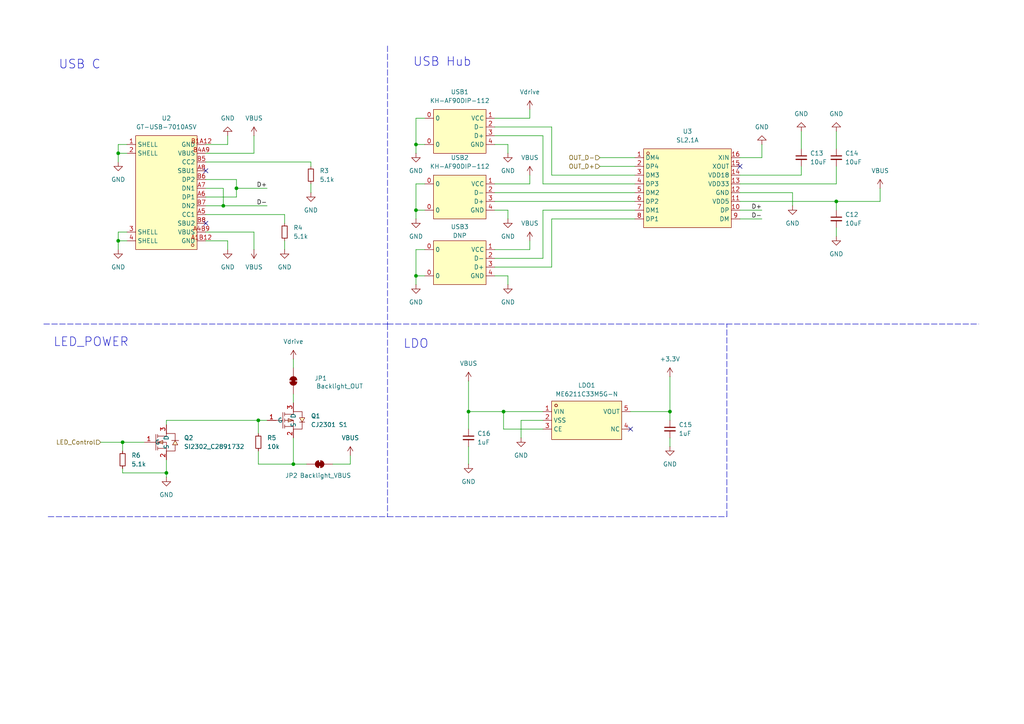
<source format=kicad_sch>
(kicad_sch (version 20250114) (generator "eeschema") (generator_version "9.0")
  (paper "A4")
  (lib_symbols
    (symbol "Device:C_Small" (pin_numbers (hide yes)) (pin_names (offset 0.254) (hide yes))
      (property "Reference" "C" (at 0.254 1.778 0))
      (property "Value" "C_Small" (at 0.254 -2.032 0))
      (symbol "C_Small_0_1"
        (polyline (pts (xy -1.524 0.508) (xy 1.524 0.508)) (stroke (width 0.3048)))
        (polyline (pts (xy -1.524 -0.508) (xy 1.524 -0.508)) (stroke (width 0.3302)))
      )
      (symbol "C_Small_1_1"
        (pin passive line (at 0 2.54 270) (length 2.032) (name "~") (number "1"))
        (pin passive line (at 0 -2.54 90) (length 2.032) (name "~") (number "2"))
      )
    )
    (symbol "Device:R_Small" (pin_numbers (hide yes)) (pin_names (offset 0.254) (hide yes))
      (property "Reference" "R" (at 0.762 0.508 0))
      (property "Value" "R_Small" (at 0.762 -1.016 0))
      (symbol "R_Small_0_1"
        (rectangle (start -0.762 1.778) (end 0.762 -1.778) (stroke (width 0.2032)))
      )
      (symbol "R_Small_1_1"
        (pin passive line (at 0 2.54 270) (length 0.762) (name "~") (number "1"))
        (pin passive line (at 0 -2.54 90) (length 0.762) (name "~") (number "2"))
      )
    )
    (symbol "Jumper:SolderJumper_2_Bridged" (pin_numbers (hide yes)) (pin_names (offset 0) (hide yes)) (exclude_from_sim yes) (in_bom no)
      (property "Reference" "JP" (at 0 2.032 0))
      (property "Value" "SolderJumper_2_Bridged" (at 0 -2.54 0))
      (symbol "SolderJumper_2_Bridged_0_1"
        (rectangle (start -0.508 0.508) (end 0.508 -0.508) (fill (type outline)))
        (polyline (pts (xy -0.254 1.016) (xy -0.254 -1.016)))
        (arc (start -0.254 -1.016) (mid -1.2656 0) (end -0.254 1.016))
        (arc (start -0.254 -1.016) (mid -1.2656 0) (end -0.254 1.016) (fill (type outline)))
        (arc (start 0.254 1.016) (mid 1.2656 0) (end 0.254 -1.016))
        (arc (start 0.254 1.016) (mid 1.2656 0) (end 0.254 -1.016) (fill (type outline)))
        (polyline (pts (xy 0.254 1.016) (xy 0.254 -1.016)))
      )
      (symbol "SolderJumper_2_Bridged_1_1"
        (pin passive line (at -3.81 0 0) (length 2.54) (name "A") (number "1"))
        (pin passive line (at 3.81 0 180) (length 2.54) (name "B") (number "2"))
      )
    )
    (symbol "KH-AF90DIP-112_1"
      (property "Reference" "USB" (at 0 10.16 0))
      (property "Value" "KH-AF90DIP-112" (at 0 -7.62 0))
      (symbol "KH-AF90DIP-112_1_0_1"
        (rectangle (start -7.62 7.62) (end 7.62 -5.08) (fill (type background)))
        (pin unspecified line (at -10.16 5.08 0) (length 2.54) (name "0") (number "0"))
        (pin unspecified line (at -10.16 -2.54 0) (length 2.54) (name "0") (number "0"))
        (pin input line (at 10.16 5.08 180) (length 2.54) (name "VCC") (number "1"))
        (pin input line (at 10.16 2.54 180) (length 2.54) (name "D-") (number "2"))
        (pin input line (at 10.16 0 180) (length 2.54) (name "D+") (number "3"))
        (pin input line (at 10.16 -2.54 180) (length 2.54) (name "GND") (number "4"))
      )
    )
    (symbol "KH-AF90DIP-112_2"
      (property "Reference" "USB" (at 0 10.16 0))
      (property "Value" "KH-AF90DIP-112" (at 0 -7.62 0))
      (symbol "KH-AF90DIP-112_2_0_1"
        (rectangle (start -7.62 7.62) (end 7.62 -5.08) (fill (type background)))
        (pin unspecified line (at -10.16 5.08 0) (length 2.54) (name "0") (number "0"))
        (pin unspecified line (at -10.16 -2.54 0) (length 2.54) (name "0") (number "0"))
        (pin input line (at 10.16 5.08 180) (length 2.54) (name "VCC") (number "1"))
        (pin input line (at 10.16 2.54 180) (length 2.54) (name "D-") (number "2"))
        (pin input line (at 10.16 0 180) (length 2.54) (name "D+") (number "3"))
        (pin input line (at 10.16 -2.54 180) (length 2.54) (name "GND") (number "4"))
      )
    )
    (symbol "easyeda2kicad:CJ2301S1"
      (property "Reference" "Q" (at 0 10.16 0))
      (property "Value" "CJ2301 S1" (at 0 -10.16 0))
      (symbol "CJ2301S1_0_1"
        (polyline (pts (xy -2.54 0) (xy -0.51 0)))
        (polyline (pts (xy -0.51 2.29) (xy -0.51 -2.29)))
        (polyline (pts (xy 0 1.27) (xy 0 2.29)))
        (polyline (pts (xy 0 0) (xy 2.54 0) (xy 2.54 -2.54)))
        (polyline (pts (xy 0 -0.51) (xy 0 0.51)))
        (polyline (pts (xy 0 -2.29) (xy 0 -1.27)))
        (polyline (pts (xy 2.54 1.78) (xy 0 1.78)))
        (polyline (pts (xy 2.54 1.78) (xy 2.54 2.54) (xy 5.08 2.54) (xy 5.08 0.76)))
        (polyline (pts (xy 2.54 0) (xy 1.02 0.51) (xy 1.02 -0.51) (xy 2.54 0)) (fill (type background)))
        (polyline (pts (xy 2.54 -1.78) (xy 0 -1.78)))
        (polyline (pts (xy 2.54 -2.54) (xy 5.08 -2.54) (xy 5.08 -0.51)))
        (polyline (pts (xy 5.08 -0.51) (xy 5.84 0.76) (xy 4.32 0.76) (xy 5.08 -0.51)) (fill (type background)))
        (polyline (pts (xy 5.84 -0.51) (xy 5.59 -0.51) (xy 4.57 -0.51) (xy 4.32 -0.51)))
        (pin unspecified line (at -5.08 0 0) (length 2.54) (name "G") (number "1"))
        (pin unspecified line (at 2.54 5.08 270) (length 2.54) (name "D") (number "3"))
        (pin unspecified line (at 2.54 -5.08 90) (length 2.54) (name "S") (number "2"))
      )
    )
    (symbol "easyeda2kicad:GT-USB-7010ASV"
      (property "Reference" "U" (at 0 20.32 0))
      (property "Value" "GT-USB-7010ASV" (at 0 -17.78 0))
      (symbol "GT-USB-7010ASV_0_1"
        (rectangle (start -10.16 17.78) (end 7.62 -15.24) (fill (type background)))
        (circle (center -8.89 16.51) (radius 0.38))
        (pin unspecified line (at -12.7 15.24 0) (length 2.54) (name "GND") (number "A1B12"))
        (pin unspecified line (at -12.7 12.7 0) (length 2.54) (name "VBUS") (number "A4B9"))
        (pin unspecified line (at -12.7 10.16 0) (length 2.54) (name "SBU2") (number "B8"))
        (pin unspecified line (at -12.7 7.62 0) (length 2.54) (name "CC1") (number "A5"))
        (pin unspecified line (at -12.7 5.08 0) (length 2.54) (name "DN2") (number "B7"))
        (pin unspecified line (at -12.7 2.54 0) (length 2.54) (name "DP1") (number "A6"))
        (pin unspecified line (at -12.7 0 0) (length 2.54) (name "DN1") (number "A7"))
        (pin unspecified line (at -12.7 -2.54 0) (length 2.54) (name "DP2") (number "B6"))
        (pin unspecified line (at -12.7 -5.08 0) (length 2.54) (name "SBU1") (number "A8"))
        (pin unspecified line (at -12.7 -7.62 0) (length 2.54) (name "CC2") (number "B5"))
        (pin unspecified line (at -12.7 -10.16 0) (length 2.54) (name "VBUS") (number "B4A9"))
        (pin unspecified line (at -12.7 -12.7 0) (length 2.54) (name "GND") (number "B1A12"))
        (pin unspecified line (at 10.16 15.24 180) (length 2.54) (name "SHELL") (number "4"))
        (pin unspecified line (at 10.16 12.7 180) (length 2.54) (name "SHELL") (number "3"))
        (pin unspecified line (at 10.16 -10.16 180) (length 2.54) (name "SHELL") (number "2"))
        (pin unspecified line (at 10.16 -12.7 180) (length 2.54) (name "SHELL") (number "1"))
      )
    )
    (symbol "easyeda2kicad:KH-AF90DIP-112"
      (property "Reference" "USB" (at 0 10.16 0))
      (property "Value" "KH-AF90DIP-112" (at 0 -7.62 0))
      (symbol "KH-AF90DIP-112_0_1"
        (rectangle (start -7.62 7.62) (end 7.62 -5.08) (fill (type background)))
        (pin unspecified line (at -10.16 5.08 0) (length 2.54) (name "0") (number "0"))
        (pin unspecified line (at -10.16 -2.54 0) (length 2.54) (name "0") (number "0"))
        (pin input line (at 10.16 5.08 180) (length 2.54) (name "VCC") (number "1"))
        (pin input line (at 10.16 2.54 180) (length 2.54) (name "D-") (number "2"))
        (pin input line (at 10.16 0 180) (length 2.54) (name "D+") (number "3"))
        (pin input line (at 10.16 -2.54 180) (length 2.54) (name "GND") (number "4"))
      )
    )
    (symbol "easyeda2kicad:ME6211C33M5G-N"
      (property "Reference" "LDO" (at 0 7.62 0))
      (property "Value" "ME6211C33M5G-N" (at 0 -7.62 0))
      (symbol "ME6211C33M5G-N_0_1"
        (rectangle (start -10.16 5.59) (end 10.16 -5.59) (fill (type background)))
        (circle (center -8.89 4.32) (radius 0.38))
        (circle (center -8.89 4.32) (radius 0.38))
        (pin unspecified line (at -12.7 2.54 0) (length 2.54) (name "VIN") (number "1"))
        (pin unspecified line (at -12.7 0 0) (length 2.54) (name "VSS") (number "2"))
        (pin unspecified line (at -12.7 -2.54 0) (length 2.54) (name "CE") (number "3"))
        (pin unspecified line (at 12.7 2.54 180) (length 2.54) (name "VOUT") (number "5"))
        (pin unspecified line (at 12.7 -2.54 180) (length 2.54) (name "NC") (number "4"))
      )
    )
    (symbol "easyeda2kicad:SI2302_C2891732"
      (property "Reference" "Q" (at 0 10.16 0))
      (property "Value" "SI2302_C2891732" (at 0 -10.16 0))
      (symbol "SI2302_C2891732_0_1"
        (polyline (pts (xy -5.08 0) (xy -3.05 0)))
        (polyline (pts (xy -3.05 2.29) (xy -3.05 -2.29)))
        (polyline (pts (xy -2.54 2.29) (xy -2.54 1.27)))
        (polyline (pts (xy -2.54 1.78) (xy 0 1.78) (xy 0 2.54) (xy 2.54 2.54) (xy 2.54 0.51)))
        (polyline (pts (xy -2.54 0) (xy -1.02 -0.51) (xy -1.02 0.51) (xy -2.54 0)) (fill (type background)))
        (polyline (pts (xy -2.54 0) (xy 0 0) (xy 0 -2.54) (xy 2.54 -2.54) (xy 2.54 -0.76)))
        (polyline (pts (xy -2.54 -0.51) (xy -2.54 0.51)))
        (polyline (pts (xy -2.54 -2.29) (xy -2.54 -1.27)))
        (polyline (pts (xy 0 -1.78) (xy -2.54 -1.78)))
        (polyline (pts (xy 2.54 0.51) (xy 1.78 -0.76) (xy 3.3 -0.76) (xy 2.54 0.51)) (fill (type background)))
        (polyline (pts (xy 3.56 0.51) (xy 3.05 0.51) (xy 2.03 0.51) (xy 1.52 0.51)))
        (pin unspecified line (at -6.35 0 0) (length 2.54) (name "G") (number "1"))
        (pin unspecified line (at 0 5.08 270) (length 2.54) (name "D") (number "3"))
        (pin unspecified line (at 0 -5.08 90) (length 2.54) (name "S") (number "2"))
      )
    )
    (symbol "easyeda2kicad:SL2.1A"
      (property "Reference" "U" (at 0 13.97 0))
      (property "Value" "SL2.1A" (at 0 -13.97 0))
      (symbol "SL2.1A_0_1"
        (rectangle (start -12.7 11.43) (end 12.7 -11.43) (fill (type background)))
        (circle (center -11.43 10.16) (radius 0.38))
        (pin unspecified line (at -15.24 8.89 0) (length 2.54) (name "DM4") (number "1"))
        (pin unspecified line (at -15.24 6.35 0) (length 2.54) (name "DP4") (number "2"))
        (pin unspecified line (at -15.24 3.81 0) (length 2.54) (name "DM3") (number "3"))
        (pin unspecified line (at -15.24 1.27 0) (length 2.54) (name "DP3") (number "4"))
        (pin unspecified line (at -15.24 -1.27 0) (length 2.54) (name "DM2") (number "5"))
        (pin unspecified line (at -15.24 -3.81 0) (length 2.54) (name "DP2") (number "6"))
        (pin unspecified line (at -15.24 -6.35 0) (length 2.54) (name "DM1") (number "7"))
        (pin unspecified line (at -15.24 -8.89 0) (length 2.54) (name "DP1") (number "8"))
        (pin unspecified line (at 15.24 8.89 180) (length 2.54) (name "XIN") (number "16"))
        (pin unspecified line (at 15.24 6.35 180) (length 2.54) (name "XOUT") (number "15"))
        (pin unspecified line (at 15.24 3.81 180) (length 2.54) (name "VDD18") (number "14"))
        (pin unspecified line (at 15.24 1.27 180) (length 2.54) (name "VDD33") (number "13"))
        (pin unspecified line (at 15.24 -1.27 180) (length 2.54) (name "GND") (number "12"))
        (pin unspecified line (at 15.24 -3.81 180) (length 2.54) (name "VDD5") (number "11"))
        (pin unspecified line (at 15.24 -6.35 180) (length 2.54) (name "DP") (number "10"))
        (pin unspecified line (at 15.24 -8.89 180) (length 2.54) (name "DM") (number "9"))
      )
    )
    (symbol "power:+3.3V" (power) (pin_numbers (hide yes)) (pin_names (offset 0) (hide yes))
      (property "Value" "+3.3V" (at 0 3.556 0))
      (symbol "+3.3V_0_1"
        (polyline (pts (xy -0.762 1.27) (xy 0 2.54)))
        (polyline (pts (xy 0 2.54) (xy 0.762 1.27)))
        (polyline (pts (xy 0 0) (xy 0 2.54)))
      )
      (symbol "+3.3V_1_1"
        (pin power_in line (at 0 0 90) (length 0) (name "~") (number "1"))
      )
    )
    (symbol "power:GND" (power) (pin_numbers (hide yes)) (pin_names (offset 0) (hide yes))
      (property "Value" "GND" (at 0 -3.81 0))
      (symbol "GND_0_1"
        (polyline (pts (xy 0 0) (xy 0 -1.27) (xy 1.27 -1.27) (xy 0 -2.54) (xy -1.27 -1.27) (xy 0 -1.27)))
      )
      (symbol "GND_1_1"
        (pin power_in line (at 0 0 270) (length 0) (name "~") (number "1"))
      )
    )
    (symbol "power:VBUS" (power) (pin_numbers (hide yes)) (pin_names (offset 0) (hide yes))
      (property "Value" "VBUS" (at 0 3.556 0))
      (symbol "VBUS_0_1"
        (polyline (pts (xy -0.762 1.27) (xy 0 2.54)))
        (polyline (pts (xy 0 2.54) (xy 0.762 1.27)))
        (polyline (pts (xy 0 0) (xy 0 2.54)))
      )
      (symbol "VBUS_1_1"
        (pin power_in line (at 0 0 90) (length 0) (name "~") (number "1"))
      )
    )
    (symbol "power:Vdrive" (power) (pin_numbers (hide yes)) (pin_names (offset 0) (hide yes))
      (property "Value" "Vdrive" (at 0 3.556 0))
      (symbol "Vdrive_0_1"
        (polyline (pts (xy -0.762 1.27) (xy 0 2.54)))
        (polyline (pts (xy 0 2.54) (xy 0.762 1.27)))
        (polyline (pts (xy 0 0) (xy 0 2.54)))
      )
      (symbol "Vdrive_1_1"
        (pin power_in line (at 0 0 90) (length 0) (name "~") (number "1"))
      )
    )
  )
  (text "USB Hub\n" (at 128.27 18.034 0) (effects (font (size 2.54 2.54))))
  (text "LED_POWER\n" (at 26.416 99.314 0) (effects (font (size 2.54 2.54))))
  (text "USB C" (at 23.114 18.796 0) (effects (font (size 2.54 2.54))))
  (text "LDO" (at 120.65 99.822 0) (effects (font (size 2.54 2.54))))
  (junction (at 35.56 128.27))
  (junction (at 194.31 119.38))
  (junction (at 34.29 44.45))
  (junction (at 64.77 59.69))
  (junction (at 146.05 119.38))
  (junction (at 242.57 58.42))
  (junction (at 68.58 54.61))
  (junction (at 120.65 41.91))
  (junction (at 135.89 119.38))
  (junction (at 74.93 121.92))
  (junction (at 120.65 80.01))
  (junction (at 34.29 69.85))
  (junction (at 85.09 134.62))
  (junction (at 48.26 137.16))
  (junction (at 120.65 60.96))
  (no_connect (at 214.63 48.26))
  (no_connect (at 59.69 49.53))
  (no_connect (at 182.88 124.46))
  (no_connect (at 59.69 64.77))
  (polyline (pts (xy 112.395 13.335) (xy 112.395 93.98)) (stroke (width 0) (type dash)))
  (wire (pts (xy 123.19 41.91) (xy 120.65 41.91)))
  (wire (pts (xy 173.99 48.26) (xy 184.15 48.26)))
  (wire (pts (xy 74.93 134.62) (xy 85.09 134.62)))
  (wire (pts (xy 160.02 50.8) (xy 160.02 36.83)))
  (wire (pts (xy 194.31 119.38) (xy 194.31 109.22)))
  (wire (pts (xy 242.57 66.04) (xy 242.57 68.58)))
  (wire (pts (xy 157.48 124.46) (xy 146.05 124.46)))
  (wire (pts (xy 135.89 119.38) (xy 135.89 124.46)))
  (wire (pts (xy 66.04 41.91) (xy 66.04 39.37)))
  (wire (pts (xy 143.51 55.88) (xy 184.15 55.88)))
  (polyline (pts (xy 210.82 149.86) (xy 210.82 93.98)) (stroke (width 0) (type dash)))
  (wire (pts (xy 73.66 72.39) (xy 73.66 67.31)))
  (wire (pts (xy 59.69 41.91) (xy 66.04 41.91)))
  (wire (pts (xy 120.65 60.96) (xy 123.19 60.96)))
  (wire (pts (xy 157.48 121.92) (xy 151.13 121.92)))
  (wire (pts (xy 123.19 72.39) (xy 120.65 72.39)))
  (wire (pts (xy 120.65 41.91) (xy 120.65 44.45)))
  (wire (pts (xy 59.69 46.99) (xy 90.17 46.99)))
  (wire (pts (xy 36.83 67.31) (xy 34.29 67.31)))
  (wire (pts (xy 29.21 128.27) (xy 35.56 128.27)))
  (polyline (pts (xy 12.7 93.98) (xy 112.395 93.98)) (stroke (width 0) (type dash)))
  (wire (pts (xy 229.87 55.88) (xy 229.87 59.69)))
  (wire (pts (xy 214.63 58.42) (xy 242.57 58.42)))
  (wire (pts (xy 232.41 38.1) (xy 232.41 43.18)))
  (wire (pts (xy 34.29 44.45) (xy 34.29 46.99)))
  (wire (pts (xy 147.32 41.91) (xy 143.51 41.91)))
  (wire (pts (xy 182.88 119.38) (xy 194.31 119.38)))
  (wire (pts (xy 153.67 50.8) (xy 153.67 53.34)))
  (wire (pts (xy 220.98 41.91) (xy 220.98 45.72)))
  (wire (pts (xy 153.67 34.29) (xy 143.51 34.29)))
  (wire (pts (xy 157.48 119.38) (xy 146.05 119.38)))
  (wire (pts (xy 68.58 57.15) (xy 68.58 54.61)))
  (wire (pts (xy 214.63 53.34) (xy 242.57 53.34)))
  (wire (pts (xy 160.02 36.83) (xy 143.51 36.83)))
  (polyline (pts (xy 112.395 149.86) (xy 210.82 149.86)) (stroke (width 0) (type dash)))
  (wire (pts (xy 120.65 60.96) (xy 120.65 63.5)))
  (wire (pts (xy 147.32 44.45) (xy 147.32 41.91)))
  (wire (pts (xy 34.29 41.91) (xy 34.29 44.45)))
  (wire (pts (xy 35.56 130.81) (xy 35.56 128.27)))
  (wire (pts (xy 120.65 34.29) (xy 123.19 34.29)))
  (wire (pts (xy 74.93 121.92) (xy 77.47 121.92)))
  (wire (pts (xy 85.09 127) (xy 85.09 134.62)))
  (polyline (pts (xy 112.395 93.98) (xy 283.845 93.98)) (stroke (width 0) (type dash)))
  (wire (pts (xy 82.55 62.23) (xy 82.55 64.77)))
  (wire (pts (xy 35.56 128.27) (xy 41.91 128.27)))
  (wire (pts (xy 143.51 77.47) (xy 160.02 77.47)))
  (wire (pts (xy 153.67 31.75) (xy 153.67 34.29)))
  (wire (pts (xy 220.98 45.72) (xy 214.63 45.72)))
  (wire (pts (xy 85.09 114.3) (xy 85.09 116.84)))
  (wire (pts (xy 35.56 137.16) (xy 48.26 137.16)))
  (wire (pts (xy 173.99 45.72) (xy 184.15 45.72)))
  (wire (pts (xy 64.77 59.69) (xy 77.47 59.69)))
  (wire (pts (xy 160.02 63.5) (xy 184.15 63.5)))
  (wire (pts (xy 184.15 60.96) (xy 157.48 60.96)))
  (wire (pts (xy 123.19 53.34) (xy 120.65 53.34)))
  (wire (pts (xy 160.02 77.47) (xy 160.02 63.5)))
  (wire (pts (xy 101.6 134.62) (xy 101.6 132.08)))
  (wire (pts (xy 64.77 54.61) (xy 59.69 54.61)))
  (wire (pts (xy 90.17 46.99) (xy 90.17 48.26)))
  (wire (pts (xy 34.29 69.85) (xy 36.83 69.85)))
  (wire (pts (xy 59.69 59.69) (xy 64.77 59.69)))
  (wire (pts (xy 214.63 60.96) (xy 220.98 60.96)))
  (wire (pts (xy 96.52 134.62) (xy 101.6 134.62)))
  (wire (pts (xy 214.63 50.8) (xy 232.41 50.8)))
  (wire (pts (xy 68.58 52.07) (xy 59.69 52.07)))
  (polyline (pts (xy 13.97 149.86) (xy 112.395 149.86)) (stroke (width 0) (type dash)))
  (wire (pts (xy 48.26 121.92) (xy 48.26 123.19)))
  (wire (pts (xy 232.41 48.26) (xy 232.41 50.8)))
  (wire (pts (xy 242.57 60.96) (xy 242.57 58.42)))
  (wire (pts (xy 214.63 63.5) (xy 220.98 63.5)))
  (wire (pts (xy 146.05 119.38) (xy 135.89 119.38)))
  (wire (pts (xy 59.69 57.15) (xy 68.58 57.15)))
  (wire (pts (xy 74.93 130.81) (xy 74.93 134.62)))
  (wire (pts (xy 143.51 60.96) (xy 147.32 60.96)))
  (wire (pts (xy 147.32 60.96) (xy 147.32 63.5)))
  (wire (pts (xy 143.51 39.37) (xy 157.48 39.37)))
  (wire (pts (xy 34.29 67.31) (xy 34.29 69.85)))
  (wire (pts (xy 151.13 121.92) (xy 151.13 127)))
  (wire (pts (xy 59.69 44.45) (xy 73.66 44.45)))
  (wire (pts (xy 157.48 60.96) (xy 157.48 74.93)))
  (wire (pts (xy 82.55 69.85) (xy 82.55 72.39)))
  (wire (pts (xy 135.89 119.38) (xy 135.89 110.49)))
  (wire (pts (xy 120.65 80.01) (xy 120.65 82.55)))
  (wire (pts (xy 143.51 58.42) (xy 184.15 58.42)))
  (wire (pts (xy 120.65 41.91) (xy 120.65 34.29)))
  (wire (pts (xy 64.77 59.69) (xy 64.77 54.61)))
  (wire (pts (xy 147.32 82.55) (xy 147.32 80.01)))
  (wire (pts (xy 242.57 38.1) (xy 242.57 43.18)))
  (wire (pts (xy 153.67 72.39) (xy 143.51 72.39)))
  (wire (pts (xy 120.65 80.01) (xy 123.19 80.01)))
  (wire (pts (xy 157.48 74.93) (xy 143.51 74.93)))
  (wire (pts (xy 194.31 119.38) (xy 194.31 121.92)))
  (wire (pts (xy 35.56 135.89) (xy 35.56 137.16)))
  (wire (pts (xy 85.09 104.14) (xy 85.09 106.68)))
  (wire (pts (xy 59.69 69.85) (xy 66.04 69.85)))
  (wire (pts (xy 184.15 50.8) (xy 160.02 50.8)))
  (wire (pts (xy 68.58 54.61) (xy 77.47 54.61)))
  (wire (pts (xy 255.27 54.61) (xy 255.27 58.42)))
  (wire (pts (xy 153.67 69.85) (xy 153.67 72.39)))
  (wire (pts (xy 68.58 54.61) (xy 68.58 52.07)))
  (wire (pts (xy 143.51 53.34) (xy 153.67 53.34)))
  (wire (pts (xy 34.29 44.45) (xy 36.83 44.45)))
  (wire (pts (xy 74.93 121.92) (xy 48.26 121.92)))
  (wire (pts (xy 90.17 53.34) (xy 90.17 55.88)))
  (wire (pts (xy 242.57 58.42) (xy 255.27 58.42)))
  (wire (pts (xy 59.69 62.23) (xy 82.55 62.23)))
  (wire (pts (xy 120.65 53.34) (xy 120.65 60.96)))
  (wire (pts (xy 157.48 53.34) (xy 184.15 53.34)))
  (wire (pts (xy 85.09 134.62) (xy 88.9 134.62)))
  (wire (pts (xy 36.83 41.91) (xy 34.29 41.91)))
  (wire (pts (xy 242.57 48.26) (xy 242.57 53.34)))
  (polyline (pts (xy 112.395 93.98) (xy 112.395 149.86)) (stroke (width 0) (type dash)))
  (wire (pts (xy 194.31 127) (xy 194.31 129.54)))
  (wire (pts (xy 143.51 80.01) (xy 147.32 80.01)))
  (wire (pts (xy 120.65 72.39) (xy 120.65 80.01)))
  (wire (pts (xy 59.69 67.31) (xy 73.66 67.31)))
  (wire (pts (xy 73.66 39.37) (xy 73.66 44.45)))
  (wire (pts (xy 48.26 137.16) (xy 48.26 138.43)))
  (wire (pts (xy 74.93 125.73) (xy 74.93 121.92)))
  (wire (pts (xy 135.89 129.54) (xy 135.89 134.62)))
  (wire (pts (xy 214.63 55.88) (xy 229.87 55.88)))
  (wire (pts (xy 157.48 39.37) (xy 157.48 53.34)))
  (wire (pts (xy 66.04 69.85) (xy 66.04 72.39)))
  (wire (pts (xy 34.29 69.85) (xy 34.29 72.39)))
  (wire (pts (xy 48.26 133.35) (xy 48.26 137.16)))
  (wire (pts (xy 146.05 124.46) (xy 146.05 119.38)))
  (label "D-" (at 220.98 63.5 180))
  (label "D+" (at 220.98 60.96 180))
  (label "D+" (at 77.47 54.61 180))
  (label "D-" (at 77.47 59.69 180))
  (hierarchical_label "OUT_D+" (shape input) (at 173.99 48.26 180))
  (hierarchical_label "LED_Control" (shape input) (at 29.21 128.27 180))
  (hierarchical_label "OUT_D-" (shape input) (at 173.99 45.72 180))
  (symbol (lib_id "power:GND") (at 120.65 63.5 0) (unit 1)
    (property "Reference" "#PWR056" (effects (hide yes)))
    (property "Value" "GND" (at 120.65 68.58 0))
    (property "Description" "Power symbol creates a global label with name \"GND\" , ground" (effects (hide yes)))
  )
  (symbol (lib_id "power:Vdrive") (at 153.67 31.75 0) (unit 1)
    (property "Reference" "#PWR072" (effects (hide yes)))
    (property "Value" "Vdrive" (at 153.67 26.67 0))
    (property "Description" "Power symbol creates a global label with name \"Vdrive\"" (effects (hide yes)))
  )
  (symbol (lib_id "power:VBUS") (at 153.67 69.85 0) (unit 1)
    (property "Reference" "#PWR074" (effects (hide yes)))
    (property "Value" "VBUS" (at 153.67 64.77 0))
    (property "Description" "Power symbol creates a global label with name \"VBUS\"" (effects (hide yes)))
  )
  (symbol (lib_id "power:VBUS") (at 153.67 50.8 0) (unit 1)
    (property "Reference" "#PWR073" (effects (hide yes)))
    (property "Value" "VBUS" (at 153.67 45.72 0))
    (property "Description" "Power symbol creates a global label with name \"VBUS\"" (effects (hide yes)))
  )
  (symbol (lib_id "easyeda2kicad:SI2302_C2891732") (at 48.26 128.27 0) (unit 1)
    (property "Reference" "Q2" (at 53.34 126.9999 0) (effects (justify left)))
    (property "Value" "SI2302_C2891732" (at 53.34 129.5399 0) (effects (justify left)))
    (property "Footprint" "easyeda2kicad:SOT-23-3_L2.9-W1.3-P1.90-LS2.4-BR" (effects (hide yes)))
    (property "LCSC Part" "C2891732" (effects (hide yes)))
  )
  (symbol (lib_id "Jumper:SolderJumper_2_Bridged") (at 85.09 110.49 90) (unit 1) (exclude_from_sim yes) (in_bom no)
    (property "Reference" "JP1" (at 91.186 109.728 90) (effects (justify right)))
    (property "Value" "Backlight_OUT" (at 91.694 112.014 90) (effects (justify right)))
    (property "Footprint" "Jumper:SolderJumper-2_P1.3mm_Bridged2Bar_RoundedPad1.0x1.5mm" (effects (hide yes)))
    (property "Description" "Solder Jumper, 2-pole, closed/bridged" (effects (hide yes)))
  )
  (symbol (lib_id "power:GND") (at 151.13 127 0) (unit 1)
    (property "Reference" "#PWR066" (effects (hide yes)))
    (property "Value" "GND" (at 151.13 132.08 0))
    (property "Description" "Power symbol creates a global label with name \"GND\" , ground" (effects (hide yes)))
  )
  (symbol (lib_id "power:GND") (at 66.04 72.39 0) (unit 1)
    (property "Reference" "#PWR044" (effects (hide yes)))
    (property "Value" "GND" (at 66.04 77.47 0))
    (property "Description" "Power symbol creates a global label with name \"GND\" , ground" (effects (hide yes)))
  )
  (symbol (lib_id "easyeda2kicad:GT-USB-7010ASV") (at 46.99 54.61 180) (unit 1)
    (property "Reference" "U2" (at 48.26 34.29 0))
    (property "Value" "GT-USB-7010ASV" (at 48.26 36.83 0))
    (property "Footprint" "easyeda2kicad:USB-C-SMD_G-SWITCH_GT-USB-7010ASV" (effects (hide yes)))
    (property "LCSC Part" "C2988369" (effects (hide yes)))
  )
  (symbol (lib_id "Device:C_Small") (at 232.41 45.72 0) (unit 1)
    (property "Reference" "C13" (at 234.95 44.4562 0) (effects (justify left)))
    (property "Value" "10uF" (at 234.95 46.9962 0) (effects (justify left)))
    (property "Footprint" "Capacitor_SMD:C_0805_2012Metric_Pad1.18x1.45mm_HandSolder" (effects (hide yes)))
    (property "Description" "Unpolarized capacitor, small symbol" (effects (hide yes)))
  )
  (symbol (lib_id "easyeda2kicad:CJ2301S1") (at 82.55 121.92 0) (unit 1)
    (property "Reference" "Q1" (at 90.17 120.6499 0) (effects (justify left)))
    (property "Value" "CJ2301 S1" (at 90.17 123.1899 0) (effects (justify left)))
    (property "Footprint" "easyeda2kicad:SOT-23-3_L3.0-W1.7-P0.95-LS2.9-BR" (effects (hide yes)))
    (property "Datasheet" "https://lcsc.com/product-detail/MOSFET_CJ2301-S1_C8547.html" (effects (hide yes)))
    (property "LCSC Part" "C8547" (effects (hide yes)))
  )
  (symbol (lib_id "Device:C_Small") (at 242.57 45.72 0) (unit 1)
    (property "Reference" "C14" (at 245.11 44.4562 0) (effects (justify left)))
    (property "Value" "10uF" (at 245.11 46.9962 0) (effects (justify left)))
    (property "Footprint" "Capacitor_SMD:C_0805_2012Metric_Pad1.18x1.45mm_HandSolder" (effects (hide yes)))
    (property "Description" "Unpolarized capacitor, small symbol" (effects (hide yes)))
  )
  (symbol (lib_name "KH-AF90DIP-112_2") (lib_id "easyeda2kicad:KH-AF90DIP-112") (at 133.35 77.47 0) (unit 1)
    (property "Reference" "USB3" (at 133.35 65.786 0))
    (property "Value" "DNP" (at 133.35 68.326 0))
    (property "Footprint" "easyeda2kicad:USB-A-TH_USB-A-F-90" (effects (hide yes)))
    (property "Datasheet" "https://lcsc.com/product-detail/USB-Connectors_Shenzhen-Kinghelm-Elec-KH-AF90DIP-112_C503996.html" (effects (hide yes)))
    (property "LCSC Part" "C503996" (effects (hide yes)))
  )
  (symbol (lib_id "Device:C_Small") (at 194.31 124.46 0) (unit 1)
    (property "Reference" "C15" (at 196.85 123.1962 0) (effects (justify left)))
    (property "Value" "1uF" (at 196.85 125.7362 0) (effects (justify left)))
    (property "Footprint" "Capacitor_SMD:C_0805_2012Metric_Pad1.18x1.45mm_HandSolder" (effects (hide yes)))
    (property "Description" "Unpolarized capacitor, small symbol" (effects (hide yes)))
  )
  (symbol (lib_id "easyeda2kicad:KH-AF90DIP-112") (at 133.35 39.37 0) (unit 1)
    (property "Reference" "USB1" (at 133.35 26.67 0))
    (property "Value" "KH-AF90DIP-112" (at 133.35 29.21 0))
    (property "Footprint" "easyeda2kicad:USB-A-TH_USB-A-F-90" (effects (hide yes)))
    (property "Datasheet" "https://lcsc.com/product-detail/USB-Connectors_Shenzhen-Kinghelm-Elec-KH-AF90DIP-112_C503996.html" (effects (hide yes)))
    (property "LCSC Part" "C503996" (effects (hide yes)))
  )
  (symbol (lib_id "power:+3.3V") (at 194.31 109.22 0) (unit 1)
    (property "Reference" "#PWR064" (effects (hide yes)))
    (property "Value" "+3.3V" (at 194.31 104.14 0))
    (property "Description" "Power symbol creates a global label with name \"+3.3V\"" (effects (hide yes)))
  )
  (symbol (lib_id "power:GND") (at 34.29 72.39 0) (unit 1)
    (property "Reference" "#PWR043" (effects (hide yes)))
    (property "Value" "GND" (at 34.29 77.47 0))
    (property "Description" "Power symbol creates a global label with name \"GND\" , ground" (effects (hide yes)))
  )
  (symbol (lib_id "power:GND") (at 48.26 138.43 0) (unit 1)
    (property "Reference" "#PWR061" (effects (hide yes)))
    (property "Value" "GND" (at 48.26 143.51 0))
    (property "Description" "Power symbol creates a global label with name \"GND\" , ground" (effects (hide yes)))
  )
  (symbol (lib_id "power:GND") (at 82.55 72.39 0) (unit 1)
    (property "Reference" "#PWR048" (effects (hide yes)))
    (property "Value" "GND" (at 82.55 77.47 0))
    (property "Description" "Power symbol creates a global label with name \"GND\" , ground" (effects (hide yes)))
  )
  (symbol (lib_id "Device:R_Small") (at 90.17 50.8 0) (unit 1)
    (property "Reference" "R3" (at 92.71 49.5299 0) (effects (justify left)))
    (property "Value" "5.1k" (at 92.71 52.0699 0) (effects (justify left)))
    (property "Footprint" "Resistor_SMD:R_0805_2012Metric_Pad1.20x1.40mm_HandSolder" (effects (hide yes)))
    (property "Description" "Resistor, small symbol" (effects (hide yes)))
  )
  (symbol (lib_id "power:GND") (at 66.04 39.37 180) (unit 1)
    (property "Reference" "#PWR045" (effects (hide yes)))
    (property "Value" "GND" (at 66.04 34.29 0))
    (property "Description" "Power symbol creates a global label with name \"GND\" , ground" (effects (hide yes)))
  )
  (symbol (lib_id "power:VBUS") (at 135.89 110.49 0) (unit 1)
    (property "Reference" "#PWR065" (effects (hide yes)))
    (property "Value" "VBUS" (at 135.89 105.41 0))
    (property "Description" "Power symbol creates a global label with name \"VBUS\"" (effects (hide yes)))
  )
  (symbol (lib_id "Device:R_Small") (at 74.93 128.27 0) (unit 1)
    (property "Reference" "R5" (at 77.47 126.9999 0) (effects (justify left)))
    (property "Value" "10k" (at 77.47 129.5399 0) (effects (justify left)))
    (property "Footprint" "Resistor_SMD:R_0805_2012Metric_Pad1.20x1.40mm_HandSolder" (effects (hide yes)))
    (property "Description" "Resistor, small symbol" (effects (hide yes)))
  )
  (symbol (lib_id "Device:R_Small") (at 82.55 67.31 0) (unit 1)
    (property "Reference" "R4" (at 85.09 66.0399 0) (effects (justify left)))
    (property "Value" "5.1k" (at 85.09 68.5799 0) (effects (justify left)))
    (property "Footprint" "Resistor_SMD:R_0805_2012Metric_Pad1.20x1.40mm_HandSolder" (effects (hide yes)))
    (property "Description" "Resistor, small symbol" (effects (hide yes)))
  )
  (symbol (lib_id "power:GND") (at 147.32 44.45 0) (unit 1)
    (property "Reference" "#PWR071" (effects (hide yes)))
    (property "Value" "GND" (at 147.32 49.53 0))
    (property "Description" "Power symbol creates a global label with name \"GND\" , ground" (effects (hide yes)))
  )
  (symbol (lib_id "Jumper:SolderJumper_2_Bridged") (at 92.71 134.62 0) (unit 1) (exclude_from_sim yes) (in_bom no)
    (property "Reference" "JP2" (at 86.36 137.922 0) (effects (justify right)))
    (property "Value" "Backlight_VBUS" (at 101.854 137.922 0) (effects (justify right)))
    (property "Footprint" "Jumper:SolderJumper-2_P1.3mm_Bridged2Bar_RoundedPad1.0x1.5mm" (effects (hide yes)))
    (property "Description" "Solder Jumper, 2-pole, closed/bridged" (effects (hide yes)))
  )
  (symbol (lib_id "Device:R_Small") (at 35.56 133.35 0) (unit 1)
    (property "Reference" "R6" (at 38.1 132.0799 0) (effects (justify left)))
    (property "Value" "5.1k" (at 38.1 134.6199 0) (effects (justify left)))
    (property "Footprint" "Resistor_SMD:R_0805_2012Metric_Pad1.20x1.40mm_HandSolder" (effects (hide yes)))
    (property "Description" "Resistor, small symbol" (effects (hide yes)))
  )
  (symbol (lib_id "easyeda2kicad:ME6211C33M5G-N") (at 170.18 121.92 0) (unit 1)
    (property "Reference" "LDO1" (at 170.18 111.76 0))
    (property "Value" "ME6211C33M5G-N" (at 170.18 114.3 0))
    (property "Footprint" "easyeda2kicad:SOT-23-5_L3.0-W1.7-P0.95-LS2.8-BL" (effects (hide yes)))
    (property "Datasheet" "https://lcsc.com/product-detail/Low-Dropout-Regulators-LDO_ME6211C33M5G-N_C82942.html" (effects (hide yes)))
    (property "LCSC Part" "C82942" (effects (hide yes)))
  )
  (symbol (lib_id "power:GND") (at 232.41 38.1 180) (unit 1)
    (property "Reference" "#PWR051" (effects (hide yes)))
    (property "Value" "GND" (at 232.41 33.02 0))
    (property "Description" "Power symbol creates a global label with name \"GND\" , ground" (effects (hide yes)))
  )
  (symbol (lib_id "power:GND") (at 120.65 44.45 0) (unit 1)
    (property "Reference" "#PWR057" (effects (hide yes)))
    (property "Value" "GND" (at 120.65 49.53 0))
    (property "Description" "Power symbol creates a global label with name \"GND\" , ground" (effects (hide yes)))
  )
  (symbol (lib_id "Device:C_Small") (at 135.89 127 0) (unit 1)
    (property "Reference" "C16" (at 138.43 125.7362 0) (effects (justify left)))
    (property "Value" "1uF" (at 138.43 128.2762 0) (effects (justify left)))
    (property "Footprint" "Capacitor_SMD:C_0805_2012Metric_Pad1.18x1.45mm_HandSolder" (effects (hide yes)))
    (property "Description" "Unpolarized capacitor, small symbol" (effects (hide yes)))
  )
  (symbol (lib_id "Device:C_Small") (at 242.57 63.5 0) (unit 1)
    (property "Reference" "C12" (at 245.11 62.2362 0) (effects (justify left)))
    (property "Value" "10uF" (at 245.11 64.7762 0) (effects (justify left)))
    (property "Footprint" "Capacitor_SMD:C_0805_2012Metric_Pad1.18x1.45mm_HandSolder" (effects (hide yes)))
    (property "Description" "Unpolarized capacitor, small symbol" (effects (hide yes)))
  )
  (symbol (lib_id "easyeda2kicad:SL2.1A") (at 199.39 54.61 0) (unit 1)
    (property "Reference" "U3" (at 199.39 38.1 0))
    (property "Value" "SL2.1A" (at 199.39 40.64 0))
    (property "Footprint" "easyeda2kicad:SOP-16_L10.0-W3.9-P1.27-LS6.0-BL" (effects (hide yes)))
    (property "Datasheet" "https://lcsc.com/product-detail/Others_CoreChips-SL2-1A_C192893.html" (effects (hide yes)))
    (property "LCSC Part" "C192893" (effects (hide yes)))
  )
  (symbol (lib_name "KH-AF90DIP-112_1") (lib_id "easyeda2kicad:KH-AF90DIP-112") (at 133.35 58.42 0) (unit 1)
    (property "Reference" "USB2" (at 133.35 45.72 0))
    (property "Value" "KH-AF90DIP-112" (at 133.35 48.26 0))
    (property "Footprint" "easyeda2kicad:USB-A-TH_USB-A-F-90" (effects (hide yes)))
    (property "Datasheet" "https://lcsc.com/product-detail/USB-Connectors_Shenzhen-Kinghelm-Elec-KH-AF90DIP-112_C503996.html" (effects (hide yes)))
    (property "LCSC Part" "C503996" (effects (hide yes)))
  )
  (symbol (lib_id "power:GND") (at 242.57 68.58 0) (unit 1)
    (property "Reference" "#PWR054" (effects (hide yes)))
    (property "Value" "GND" (at 242.57 73.66 0))
    (property "Description" "Power symbol creates a global label with name \"GND\" , ground" (effects (hide yes)))
  )
  (symbol (lib_id "power:VBUS") (at 73.66 72.39 180) (unit 1)
    (property "Reference" "#PWR046" (effects (hide yes)))
    (property "Value" "VBUS" (at 73.66 77.47 0))
    (property "Description" "Power symbol creates a global label with name \"VBUS\"" (effects (hide yes)))
  )
  (symbol (lib_id "power:GND") (at 147.32 63.5 0) (unit 1)
    (property "Reference" "#PWR070" (effects (hide yes)))
    (property "Value" "GND" (at 147.32 68.58 0))
    (property "Description" "Power symbol creates a global label with name \"GND\" , ground" (effects (hide yes)))
  )
  (symbol (lib_id "power:GND") (at 34.29 46.99 0) (unit 1)
    (property "Reference" "#PWR041" (effects (hide yes)))
    (property "Value" "GND" (at 34.29 52.07 0))
    (property "Description" "Power symbol creates a global label with name \"GND\" , ground" (effects (hide yes)))
  )
  (symbol (lib_id "power:Vdrive") (at 85.09 104.14 0) (unit 1)
    (property "Reference" "#PWR059" (effects (hide yes)))
    (property "Value" "Vdrive" (at 85.09 99.06 0))
    (property "Description" "Power symbol creates a global label with name \"Vdrive\"" (effects (hide yes)))
  )
  (symbol (lib_id "power:GND") (at 229.87 59.69 0) (unit 1)
    (property "Reference" "#PWR053" (effects (hide yes)))
    (property "Value" "GND" (at 229.87 64.77 0))
    (property "Description" "Power symbol creates a global label with name \"GND\" , ground" (effects (hide yes)))
  )
  (symbol (lib_id "power:GND") (at 220.98 41.91 180) (unit 1)
    (property "Reference" "#PWR050" (effects (hide yes)))
    (property "Value" "GND" (at 220.98 36.83 0))
    (property "Description" "Power symbol creates a global label with name \"GND\" , ground" (effects (hide yes)))
  )
  (symbol (lib_id "power:GND") (at 242.57 38.1 180) (unit 1)
    (property "Reference" "#PWR052" (effects (hide yes)))
    (property "Value" "GND" (at 242.57 33.02 0))
    (property "Description" "Power symbol creates a global label with name \"GND\" , ground" (effects (hide yes)))
  )
  (symbol (lib_id "power:GND") (at 194.31 129.54 0) (unit 1)
    (property "Reference" "#PWR067" (effects (hide yes)))
    (property "Value" "GND" (at 194.31 134.62 0))
    (property "Description" "Power symbol creates a global label with name \"GND\" , ground" (effects (hide yes)))
  )
  (symbol (lib_id "power:VBUS") (at 73.66 39.37 0) (unit 1)
    (property "Reference" "#PWR047" (effects (hide yes)))
    (property "Value" "VBUS" (at 73.66 34.29 0))
    (property "Description" "Power symbol creates a global label with name \"VBUS\"" (effects (hide yes)))
  )
  (symbol (lib_id "power:VBUS") (at 101.6 132.08 0) (unit 1)
    (property "Reference" "#PWR060" (effects (hide yes)))
    (property "Value" "VBUS" (at 101.6 127 0))
    (property "Description" "Power symbol creates a global label with name \"VBUS\"" (effects (hide yes)))
  )
  (symbol (lib_id "power:GND") (at 147.32 82.55 0) (unit 1)
    (property "Reference" "#PWR069" (effects (hide yes)))
    (property "Value" "GND" (at 147.32 87.63 0))
    (property "Description" "Power symbol creates a global label with name \"GND\" , ground" (effects (hide yes)))
  )
  (symbol (lib_id "power:GND") (at 90.17 55.88 0) (unit 1)
    (property "Reference" "#PWR049" (effects (hide yes)))
    (property "Value" "GND" (at 90.17 60.96 0))
    (property "Description" "Power symbol creates a global label with name \"GND\" , ground" (effects (hide yes)))
  )
  (symbol (lib_id "power:VBUS") (at 255.27 54.61 0) (unit 1)
    (property "Reference" "#PWR058" (effects (hide yes)))
    (property "Value" "VBUS" (at 255.27 49.53 0))
    (property "Description" "Power symbol creates a global label with name \"VBUS\"" (effects (hide yes)))
  )
  (symbol (lib_id "power:GND") (at 120.65 82.55 0) (unit 1)
    (property "Reference" "#PWR055" (effects (hide yes)))
    (property "Value" "GND" (at 120.65 87.63 0))
    (property "Description" "Power symbol creates a global label with name \"GND\" , ground" (effects (hide yes)))
  )
  (symbol (lib_id "power:GND") (at 135.89 134.62 0) (unit 1)
    (property "Reference" "#PWR068" (effects (hide yes)))
    (property "Value" "GND" (at 135.89 139.7 0))
    (property "Description" "Power symbol creates a global label with name \"GND\" , ground" (effects (hide yes)))
  )
)
</source>
